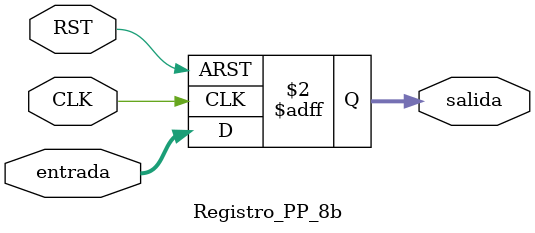
<source format=v>
`timescale 1ns / 1ps


module Registro_PP_8b(input [7:0] entrada, input RST, input CLK, output reg [7:0] salida
    );
    always @(posedge CLK or posedge RST)
        if (RST) begin
            salida <= 8'd0;
        end
        else begin
            salida <= entrada;
        end
endmodule

</source>
